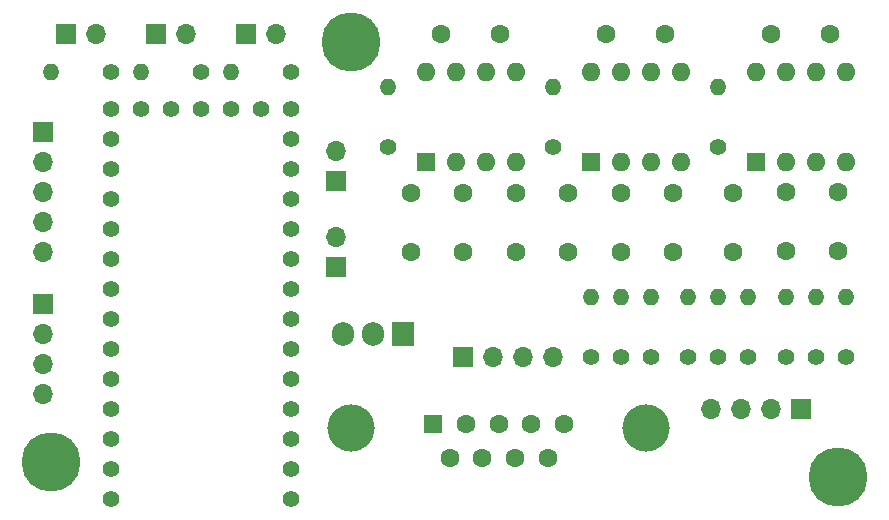
<source format=gbr>
%TF.GenerationSoftware,KiCad,Pcbnew,(5.1.9)-1*%
%TF.CreationDate,2021-04-13T08:48:54-07:00*%
%TF.ProjectId,head,68656164-2e6b-4696-9361-645f70636258,rev?*%
%TF.SameCoordinates,Original*%
%TF.FileFunction,Soldermask,Top*%
%TF.FilePolarity,Negative*%
%FSLAX46Y46*%
G04 Gerber Fmt 4.6, Leading zero omitted, Abs format (unit mm)*
G04 Created by KiCad (PCBNEW (5.1.9)-1) date 2021-04-13 08:48:54*
%MOMM*%
%LPD*%
G01*
G04 APERTURE LIST*
%ADD10C,1.600000*%
%ADD11O,1.400000X1.400000*%
%ADD12C,1.400000*%
%ADD13C,5.000000*%
%ADD14C,1.404000*%
%ADD15O,1.700000X1.700000*%
%ADD16R,1.700000X1.700000*%
%ADD17O,1.600000X1.600000*%
%ADD18R,1.600000X1.600000*%
%ADD19O,1.905000X2.000000*%
%ADD20R,1.905000X2.000000*%
%ADD21C,4.000000*%
G04 APERTURE END LIST*
D10*
%TO.C,C11*%
X121920000Y-142795000D03*
X121920000Y-137795000D03*
%TD*%
D11*
%TO.C,R5*%
X107950000Y-146685000D03*
D12*
X107950000Y-151765000D03*
%TD*%
D13*
%TO.C,H4*%
X59690000Y-160655000D03*
%TD*%
%TO.C,H3*%
X85090000Y-125095000D03*
%TD*%
D11*
%TO.C,R13*%
X88265000Y-128905000D03*
D12*
X88265000Y-133985000D03*
%TD*%
D11*
%TO.C,R14*%
X102235000Y-128905000D03*
D12*
X102235000Y-133985000D03*
%TD*%
D11*
%TO.C,R15*%
X116205000Y-128905000D03*
D12*
X116205000Y-133985000D03*
%TD*%
D11*
%TO.C,R4*%
X105410000Y-146685000D03*
D12*
X105410000Y-151765000D03*
%TD*%
D11*
%TO.C,R8*%
X116205000Y-146685000D03*
D12*
X116205000Y-151765000D03*
%TD*%
D11*
%TO.C,R7*%
X113665000Y-146685000D03*
D12*
X113665000Y-151765000D03*
%TD*%
D11*
%TO.C,R11*%
X124460000Y-146685000D03*
D12*
X124460000Y-151765000D03*
%TD*%
D11*
%TO.C,R10*%
X121920000Y-146685000D03*
D12*
X121920000Y-151765000D03*
%TD*%
D11*
%TO.C,R6*%
X110490000Y-146685000D03*
D12*
X110490000Y-151765000D03*
%TD*%
D11*
%TO.C,R9*%
X118745000Y-146685000D03*
D12*
X118745000Y-151765000D03*
%TD*%
D11*
%TO.C,R12*%
X127000000Y-146685000D03*
D12*
X127000000Y-151765000D03*
%TD*%
D14*
%TO.C,U1*%
X80010000Y-133350000D03*
X64770000Y-163830000D03*
X64770000Y-161290000D03*
X64770000Y-158750000D03*
X64770000Y-156210000D03*
X64770000Y-153670000D03*
X64770000Y-151130000D03*
X64770000Y-148590000D03*
X64770000Y-146050000D03*
X64770000Y-143510000D03*
X64770000Y-140970000D03*
X64770000Y-138430000D03*
X64770000Y-135890000D03*
X64770000Y-133350000D03*
X64770000Y-130810000D03*
X67310000Y-130810000D03*
X69850000Y-130810000D03*
X72390000Y-130810000D03*
X74930000Y-130810000D03*
X77470000Y-130810000D03*
X80010000Y-130810000D03*
X80010000Y-135890000D03*
X80010000Y-138430000D03*
X80010000Y-140970000D03*
X80010000Y-143510000D03*
X80010000Y-146050000D03*
X80010000Y-148590000D03*
X80010000Y-151130000D03*
X80010000Y-153670000D03*
X80010000Y-156210000D03*
X80010000Y-158750000D03*
X80010000Y-161290000D03*
X80010000Y-163830000D03*
%TD*%
D11*
%TO.C,R3*%
X74930000Y-127635000D03*
D12*
X80010000Y-127635000D03*
%TD*%
D11*
%TO.C,R2*%
X67310000Y-127635000D03*
D12*
X72390000Y-127635000D03*
%TD*%
D15*
%TO.C,J10*%
X78740000Y-124460000D03*
D16*
X76200000Y-124460000D03*
%TD*%
D15*
%TO.C,J9*%
X71120000Y-124460000D03*
D16*
X68580000Y-124460000D03*
%TD*%
D17*
%TO.C,U3*%
X91440000Y-127635000D03*
X99060000Y-135255000D03*
X93980000Y-127635000D03*
X96520000Y-135255000D03*
X96520000Y-127635000D03*
X93980000Y-135255000D03*
X99060000Y-127635000D03*
D18*
X91440000Y-135255000D03*
%TD*%
D17*
%TO.C,U4*%
X105410000Y-127635000D03*
X113030000Y-135255000D03*
X107950000Y-127635000D03*
X110490000Y-135255000D03*
X110490000Y-127635000D03*
X107950000Y-135255000D03*
X113030000Y-127635000D03*
D18*
X105410000Y-135255000D03*
%TD*%
D17*
%TO.C,U5*%
X119380000Y-127635000D03*
X127000000Y-135255000D03*
X121920000Y-127635000D03*
X124460000Y-135255000D03*
X124460000Y-127635000D03*
X121920000Y-135255000D03*
X127000000Y-127635000D03*
D18*
X119380000Y-135255000D03*
%TD*%
D11*
%TO.C,R1*%
X59690000Y-127635000D03*
D12*
X64770000Y-127635000D03*
%TD*%
D19*
%TO.C,Q1*%
X84455000Y-149860000D03*
X86995000Y-149860000D03*
D20*
X89535000Y-149860000D03*
%TD*%
D15*
%TO.C,J8*%
X59055000Y-142875000D03*
X59055000Y-140335000D03*
X59055000Y-137795000D03*
X59055000Y-135255000D03*
D16*
X59055000Y-132715000D03*
%TD*%
D15*
%TO.C,J7*%
X115570000Y-156210000D03*
X118110000Y-156210000D03*
X120650000Y-156210000D03*
D16*
X123190000Y-156210000D03*
%TD*%
D15*
%TO.C,J6*%
X59055000Y-154940000D03*
X59055000Y-152400000D03*
X59055000Y-149860000D03*
D16*
X59055000Y-147320000D03*
%TD*%
D15*
%TO.C,J5*%
X63500000Y-124460000D03*
D16*
X60960000Y-124460000D03*
%TD*%
D15*
%TO.C,J4*%
X102235000Y-151765000D03*
X99695000Y-151765000D03*
X97155000Y-151765000D03*
D16*
X94615000Y-151765000D03*
%TD*%
D15*
%TO.C,J3*%
X83865000Y-134365000D03*
D16*
X83865000Y-136905000D03*
%TD*%
D15*
%TO.C,J2*%
X83820000Y-141605000D03*
D16*
X83820000Y-144145000D03*
%TD*%
D21*
%TO.C,J1*%
X110115000Y-157780000D03*
X85115000Y-157780000D03*
D10*
X101770000Y-160320000D03*
X99000000Y-160320000D03*
X96230000Y-160320000D03*
X93460000Y-160320000D03*
X103155000Y-157480000D03*
X100385000Y-157480000D03*
X97615000Y-157480000D03*
X94845000Y-157480000D03*
D18*
X92075000Y-157480000D03*
%TD*%
D13*
%TO.C,H2*%
X126365000Y-161925000D03*
%TD*%
D10*
%TO.C,C13*%
X97710000Y-124460000D03*
X92710000Y-124460000D03*
%TD*%
%TO.C,C14*%
X111680000Y-124460000D03*
X106680000Y-124460000D03*
%TD*%
%TO.C,C15*%
X125650000Y-124460000D03*
X120650000Y-124460000D03*
%TD*%
%TO.C,C6*%
X99060000Y-137875000D03*
X99060000Y-142875000D03*
%TD*%
%TO.C,C5*%
X94615000Y-137875000D03*
X94615000Y-142875000D03*
%TD*%
%TO.C,C4*%
X90170000Y-137875000D03*
X90170000Y-142875000D03*
%TD*%
%TO.C,C9*%
X112395000Y-137875000D03*
X112395000Y-142875000D03*
%TD*%
%TO.C,C8*%
X107950000Y-137875000D03*
X107950000Y-142875000D03*
%TD*%
%TO.C,C7*%
X103505000Y-137875000D03*
X103505000Y-142875000D03*
%TD*%
%TO.C,C12*%
X126365000Y-142795000D03*
X126365000Y-137795000D03*
%TD*%
%TO.C,C10*%
X117475000Y-137875000D03*
X117475000Y-142875000D03*
%TD*%
M02*

</source>
